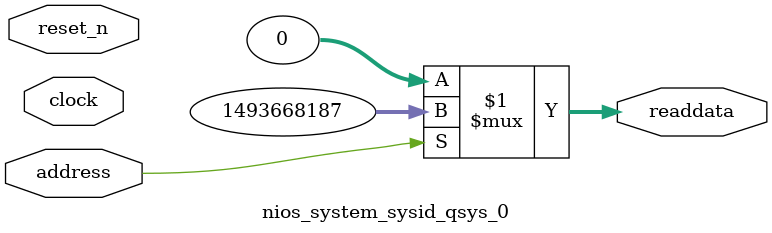
<source format=v>

`timescale 1ns / 1ps
// synthesis translate_on

// turn off superfluous verilog processor warnings 
// altera message_level Level1 
// altera message_off 10034 10035 10036 10037 10230 10240 10030 

module nios_system_sysid_qsys_0 (
               // inputs:
                address,
                clock,
                reset_n,

               // outputs:
                readdata
             )
;

  output  [ 31: 0] readdata;
  input            address;
  input            clock;
  input            reset_n;

  wire    [ 31: 0] readdata;
  //control_slave, which is an e_avalon_slave
  assign readdata = address ? 1493668187 : 0;

endmodule




</source>
